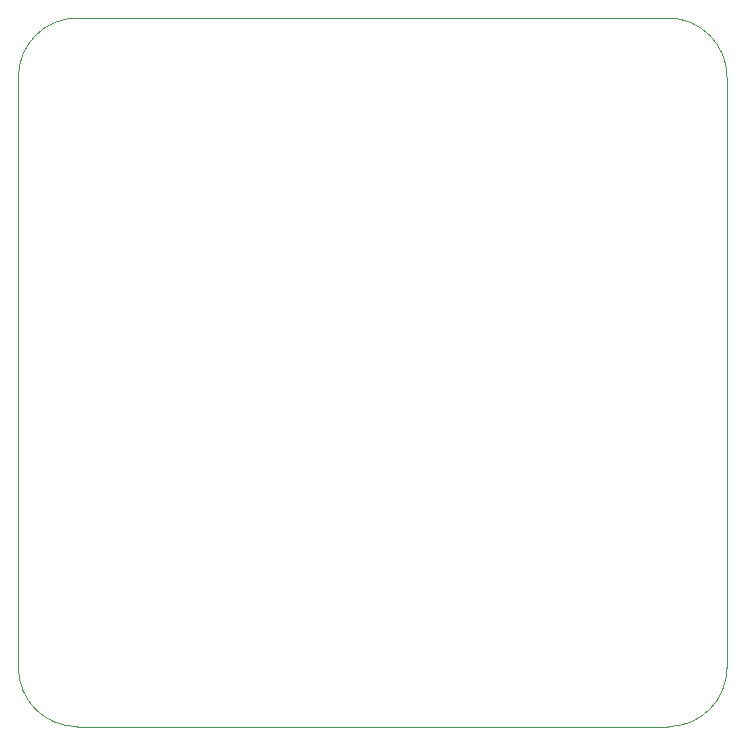
<source format=gbr>
%TF.GenerationSoftware,Altium Limited,Altium Designer,20.1.8 (145)*%
G04 Layer_Color=39423*
%FSLAX45Y45*%
%MOMM*%
%TF.SameCoordinates,39D32AA0-D89A-4232-8ACE-958E0E311499*%
%TF.FilePolarity,Positive*%
%TF.FileFunction,Other,Board*%
%TF.Part,Single*%
G01*
G75*
%TA.AperFunction,NonConductor*%
%ADD17C,0.10160*%
D17*
X6000000Y5500000D02*
G03*
X5500000Y6000000I-500000J0D01*
G01*
X500000D02*
G03*
X0Y5500000I0J-500000D01*
G01*
Y500000D02*
G03*
X500000Y0I500000J0D01*
G01*
X5500000D02*
G03*
X6000000Y500000I0J500000D01*
G01*
Y5500000D01*
X500000Y0D02*
X5500000D01*
X0Y500000D02*
Y5500000D01*
X500000Y6000000D02*
X5500000D01*
%TF.MD5,40f6c6f1addcf2d472099cfd2c3c30b5*%
M02*

</source>
